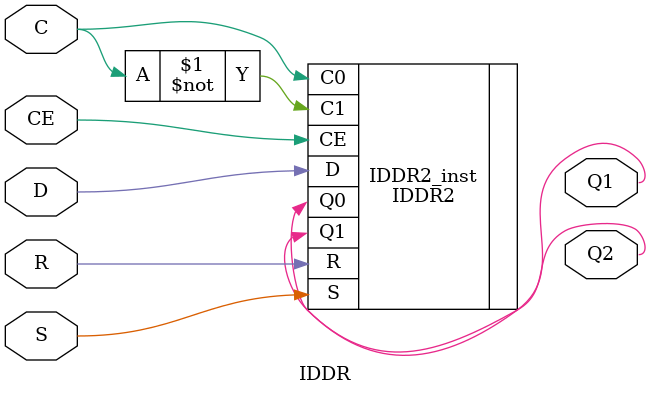
<source format=v>
/**
 * ------------------------------------------------------------
 * Copyright (c) All rights reserved 
 * SiLab, Institute of Physics, University of Bonn
 * ------------------------------------------------------------
 */
`timescale 1ps/1ps
`default_nettype none


module IDDR (
    output wire Q1, Q2, 
    input wire C, CE, D, R, S
);

IDDR2 IDDR2_inst (
  .Q0(Q1), 
  .Q1(Q2), 
  .C0(C), 
  .C1(~C), 
  .CE(CE), 
  .D(D),  
  .R(R),  
  .S(S) 
);

endmodule

</source>
